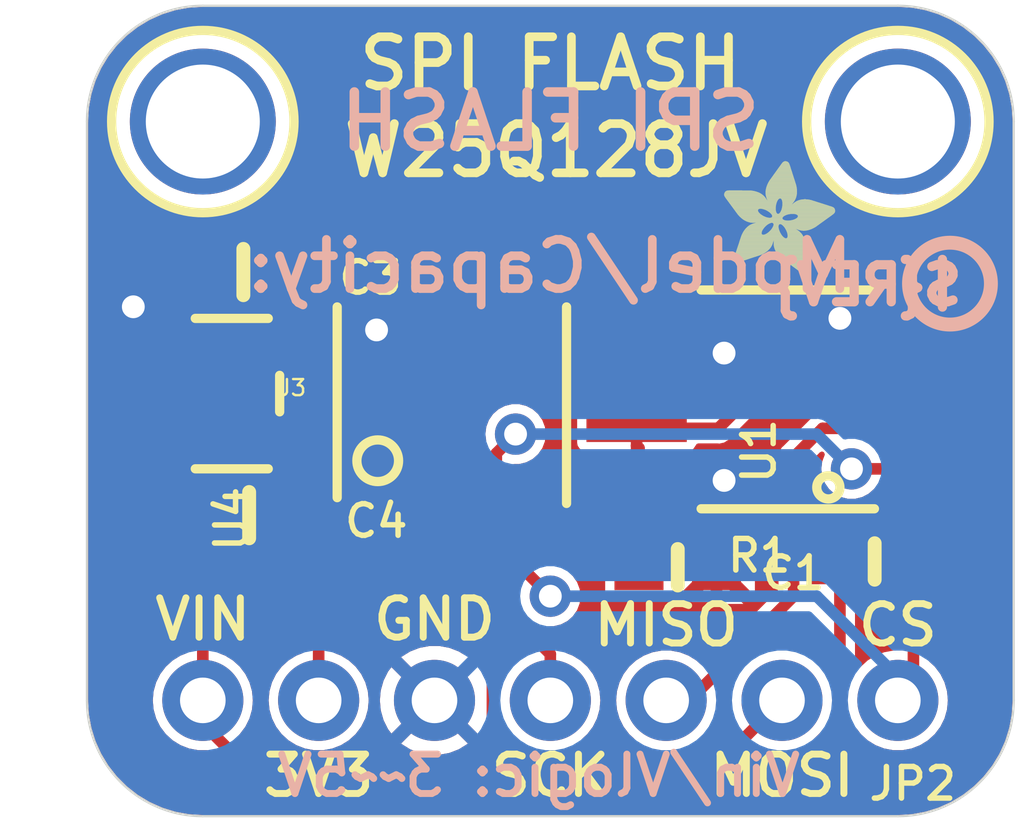
<source format=kicad_pcb>
(kicad_pcb (version 20221018) (generator pcbnew)
  (layers (0 "F.Cu" signal) (31 "B.Cu" signal) (34 "B.Paste" user) (35 "F.Paste" user) (36 "B.SilkS" user "B.Silkscreen") (37 "F.SilkS" user "F.Silkscreen") (38 "B.Mask" user) (39 "F.Mask" user) (44 "Edge.Cuts" user))
  (net 0 "")
  (net 1 "GND")
  (net 2 "SCK_3.3V")
  (net 3 "MOSI_3.3V")
  (net 4 "MISO_3.3V")
  (net 5 "SSEL_3.3V")
  (net 6 "SCK")
  (net 7 "MOSI")
  (net 8 "SS")
  (net 9 "3.3V")
  (net 10 "VIN")
  (footprint "working:0805-NO" (layer "F.Cu") (at 141.7701 101.9556)
    (fp_text reference "C3" (at 2.032 0.127) (layer "F.SilkS") (effects (font (size 0.692831 0.692831) (thickness 0.119969)) (justify left)))
    (fp_text value "10uF")
    (pad "1" smd rect (at -0.95 0) (size 1.24 1.5) (layers "F.Cu" "F.Paste" "F.Mask") (net 1 "GND"))
    (pad "2" smd rect (at 0.95 0) (size 1.24 1.5) (layers "F.Cu" "F.Paste" "F.Mask") (net 9 "3.3V"))
  )
  (footprint "working:0603-NO" (layer "F.Cu") (at 151.2951 108.4326)
    (fp_text reference "C1" (at 1.778 0.127) (layer "F.SilkS") (effects (font (size 0.692831 0.692831) (thickness 0.119969)) (justify left)))
    (fp_text value "0.1uF")
    (pad "1" smd rect (at -0.85 0) (size 1.075 1) (layers "F.Cu" "F.Paste" "F.Mask") (net 9 "3.3V"))
    (pad "2" smd rect (at 0.85 0) (size 1.075 1) (layers "F.Cu" "F.Paste" "F.Mask") (net 1 "GND"))
  )
  (footprint "working:0603-NO" (layer "F.Cu") (at 155.6131 108.3056 180)
    (fp_text reference "R1" (at 1.778 0.127) (layer "F.SilkS") (effects (font (size 0.692831 0.692831) (thickness 0.119969)) (justify right)))
    (fp_text value "10K")
    (pad "1" smd rect (at -0.85 0 180) (size 1.075 1) (layers "F.Cu" "F.Paste" "F.Mask") (net 8 "SS"))
    (pad "2" smd rect (at 0.85 0 180) (size 1.075 1) (layers "F.Cu" "F.Paste" "F.Mask") (net 10 "VIN"))
  )
  (footprint "working:ADAFRUIT_2.5MM" (layer "F.Cu") (at 152.3111 101.9556)
    (fp_text reference "U$13" hide)
    (fp_text value "" hide)
  )
  (footprint "working:SOIC8_208MIL" (layer "F.Cu") (at 153.7081 104.7496 90)
    (fp_text reference "U1" (at -1.905 -0.635 90) (layer "F.SilkS") (effects (font (size 0.692831 0.692831) (thickness 0.119969)) (justify left)))
    (fp_text value "Generic SPI Flash")
    (pad "1" smd rect (at -1.905 3.315 90) (size 0.6 2.2) (layers "F.Cu" "F.Paste" "F.Mask") (net 5 "SSEL_3.3V"))
    (pad "2" smd rect (at -0.635 3.315 90) (size 0.6 2.2) (layers "F.Cu" "F.Paste" "F.Mask") (net 4 "MISO_3.3V"))
    (pad "3" smd rect (at 0.635 3.315 90) (size 0.6 2.2) (layers "F.Cu" "F.Paste" "F.Mask") (net 9 "3.3V"))
    (pad "4" smd rect (at 1.905 3.315 90) (size 0.6 2.2) (layers "F.Cu" "F.Paste" "F.Mask") (net 1 "GND"))
    (pad "5" smd rect (at 1.905 -3.315 90) (size 0.6 2.2) (layers "F.Cu" "F.Paste" "F.Mask") (net 3 "MOSI_3.3V"))
    (pad "6" smd rect (at 0.635 -3.315 90) (size 0.6 2.2) (layers "F.Cu" "F.Paste" "F.Mask") (net 2 "SCK_3.3V"))
    (pad "7" smd rect (at -0.635 -3.315 90) (size 0.6 2.2) (layers "F.Cu" "F.Paste" "F.Mask") (net 9 "3.3V"))
    (pad "8" smd rect (at -1.905 -3.315 90) (size 0.6 2.2) (layers "F.Cu" "F.Paste" "F.Mask") (net 9 "3.3V"))
  )
  (footprint "working:SOT23-5" (layer "F.Cu") (at 141.5161 104.6226 -90)
    (fp_text reference "U4" (at 1.978 0 90) (layer "F.SilkS") (effects (font (size 0.692831 0.692831) (thickness 0.119969)) (justify right)))
    (fp_text value "AP2127K-3.3")
    (pad "1" smd rect (at -0.95 1.3001 270) (size 0.55 1.2) (layers "F.Cu" "F.Paste" "F.Mask") (net 10 "VIN"))
    (pad "2" smd rect (at 0 1.3001 270) (size 0.55 1.2) (layers "F.Cu" "F.Paste" "F.Mask") (net 1 "GND"))
    (pad "3" smd rect (at 0.95 1.3001 270) (size 0.55 1.2) (layers "F.Cu" "F.Paste" "F.Mask") (net 10 "VIN"))
    (pad "4" smd rect (at 0.95 -1.3001 270) (size 0.55 1.2) (layers "F.Cu" "F.Paste" "F.Mask"))
    (pad "5" smd rect (at -0.95 -1.3001 270) (size 0.55 1.2) (layers "F.Cu" "F.Paste" "F.Mask") (net 9 "3.3V"))
  )
  (footprint "working:FIDUCIAL_1MM" (layer "F.Cu") (at 157.8991 101.1936)
    (fp_text reference "FID3" hide)
    (fp_text value "FIDUCIAL_1MM" hide)
    (pad "1" smd roundrect (at 0 0) (size 1 1) (layers "F.Cu" "F.Mask") (roundrect_rratio 0.5))
  )
  (footprint "working:FIDUCIAL_1MM" (layer "F.Cu") (at 139.2301 107.1626)
    (fp_text reference "FID2" hide)
    (fp_text value "FIDUCIAL_1MM" hide)
    (pad "1" smd roundrect (at 0 0) (size 1 1) (layers "F.Cu" "F.Mask") (roundrect_rratio 0.5))
  )
  (footprint "working:1X07_ROUND_70" (layer "F.Cu") (at 148.5011 111.3536 180)
    (fp_text reference "JP2" (at -8.9662 -1.8288) (layer "F.SilkS") (effects (font (size 0.692831 0.692831) (thickness 0.119969)) (justify right)))
    (fp_text value "")
    (pad "1" thru_hole circle (at -7.62 0 270) (size 1.778 1.778) (drill 1) (layers "*.Cu" "*.Mask") (net 8 "SS"))
    (pad "2" thru_hole circle (at -5.08 0 270) (size 1.778 1.778) (drill 1) (layers "*.Cu" "*.Mask") (net 7 "MOSI"))
    (pad "3" thru_hole circle (at -2.54 0 270) (size 1.778 1.778) (drill 1) (layers "*.Cu" "*.Mask") (net 4 "MISO_3.3V"))
    (pad "4" thru_hole circle (at 0 0 270) (size 1.778 1.778) (drill 1) (layers "*.Cu" "*.Mask") (net 6 "SCK"))
    (pad "5" thru_hole circle (at 2.54 0 270) (size 1.778 1.778) (drill 1) (layers "*.Cu" "*.Mask") (net 1 "GND"))
    (pad "6" thru_hole circle (at 5.08 0 270) (size 1.778 1.778) (drill 1) (layers "*.Cu" "*.Mask") (net 9 "3.3V"))
    (pad "7" thru_hole circle (at 7.62 0 270) (size 1.778 1.778) (drill 1) (layers "*.Cu" "*.Mask") (net 10 "VIN"))
  )
  (footprint "working:MOUNTINGHOLE_2.5_PLATED" (layer "F.Cu") (at 140.8811 98.6536)
    (fp_text reference "U$16" hide)
    (fp_text value "MOUNTINGHOLE2.5" hide)
    (pad "P$1" thru_hole circle (at 0 0) (size 3.2 3.2) (drill 2.5) (layers "*.Cu" "*.Mask"))
    (zone (net 0) (net_name "") (layer "F.Cu") (connect_pads (clearance 0)) (min_thickness 0.25)
      (keepout (tracks not_allowed) (vias not_allowed) (pads not_allowed) (copperpour not_allowed) (footprints allowed))
      (fill (thermal_gap 0.5) (thermal_bridge_width 0.5))
      (polygon (pts (xy 142.8971 98.6536) (xy 142.87748 98.373027) (xy 142.819004 98.097915) (xy 142.722808 97.833619) (xy 142.590765 97.585283) (xy 142.425446 97.35774) (xy 142.230067 97.15542) (xy 142.008433 96.98226) (xy 141.764856 96.841631) (xy 141.504078 96.73627) (xy 141.231175 96.668228) (xy 140.951457 96.638828) (xy 140.670371 96.648644) (xy 140.393385 96.697484) (xy 140.125893 96.784397) (xy 139.8731 96.907693) (xy 139.639926 97.06497) (xy 139.430911 97.253169) (xy 139.250122 97.468625) (xy 139.101078 97.707145) (xy 138.98668 97.964087) (xy 138.909154 98.23445) (xy 138.870011 98.512971) (xy 138.870011 98.794229) (xy 138.909154 99.07275) (xy 138.98668 99.343113) (xy 139.101078 99.600055) (xy 139.250122 99.838575) (xy 139.430911 100.054031) (xy 139.639926 100.24223) (xy 139.8731 100.399507) (xy 140.125893 100.522803) (xy 140.393385 100.609716) (xy 140.670371 100.658556) (xy 140.951457 100.668372) (xy 141.231175 100.638972) (xy 141.504078 100.57093) (xy 141.764856 100.465569) (xy 142.008433 100.32494) (xy 142.230067 100.15178) (xy 142.425446 99.94946) (xy 142.590765 99.721917) (xy 142.722808 99.473581) (xy 142.819004 99.209285) (xy 142.87748 98.934173)))
      (polygon (pts (xy 140.8651 98.6536) (xy 140.869786 98.664914) (xy 140.8811 98.6696) (xy 140.892414 98.664914) (xy 140.8971 98.6536) (xy 140.892414 98.642286) (xy 140.8811 98.6376) (xy 140.869786 98.642286)))
    )
    (zone (net 0) (net_name "") (layer "B.Cu") (connect_pads (clearance 0)) (min_thickness 0.25)
      (keepout (tracks not_allowed) (vias not_allowed) (pads not_allowed) (copperpour not_allowed) (footprints allowed))
      (fill (thermal_gap 0.5) (thermal_bridge_width 0.5))
      (polygon (pts (xy 142.8971 98.6536) (xy 142.87748 98.373027) (xy 142.819004 98.097915) (xy 142.722808 97.833619) (xy 142.590765 97.585283) (xy 142.425446 97.35774) (xy 142.230067 97.15542) (xy 142.008433 96.98226) (xy 141.764856 96.841631) (xy 141.504078 96.73627) (xy 141.231175 96.668228) (xy 140.951457 96.638828) (xy 140.670371 96.648644) (xy 140.393385 96.697484) (xy 140.125893 96.784397) (xy 139.8731 96.907693) (xy 139.639926 97.06497) (xy 139.430911 97.253169) (xy 139.250122 97.468625) (xy 139.101078 97.707145) (xy 138.98668 97.964087) (xy 138.909154 98.23445) (xy 138.870011 98.512971) (xy 138.870011 98.794229) (xy 138.909154 99.07275) (xy 138.98668 99.343113) (xy 139.101078 99.600055) (xy 139.250122 99.838575) (xy 139.430911 100.054031) (xy 139.639926 100.24223) (xy 139.8731 100.399507) (xy 140.125893 100.522803) (xy 140.393385 100.609716) (xy 140.670371 100.658556) (xy 140.951457 100.668372) (xy 141.231175 100.638972) (xy 141.504078 100.57093) (xy 141.764856 100.465569) (xy 142.008433 100.32494) (xy 142.230067 100.15178) (xy 142.425446 99.94946) (xy 142.590765 99.721917) (xy 142.722808 99.473581) (xy 142.819004 99.209285) (xy 142.87748 98.934173)))
      (polygon (pts (xy 140.8651 98.6536) (xy 140.869786 98.664914) (xy 140.8811 98.6696) (xy 140.892414 98.664914) (xy 140.8971 98.6536) (xy 140.892414 98.642286) (xy 140.8811 98.6376) (xy 140.869786 98.642286)))
    )
  )
  (footprint "working:TSSOP16" (layer "F.Cu") (at 146.3421 104.8766)
    (fp_text reference "U3" (at -3.937 -0.381) (layer "F.SilkS") (effects (font (size 0.35308 0.35308) (thickness 0.05332)) (justify left)))
    (fp_text value "74HC4050D")
    (pad "1" smd rect (at -2.275 2.9178) (size 0.3048 0.9906) (layers "F.Cu" "F.Paste" "F.Mask") (net 9 "3.3V"))
    (pad "2" smd rect (at -1.625 2.9178) (size 0.3048 0.9906) (layers "F.Cu" "F.Paste" "F.Mask") (net 3 "MOSI_3.3V"))
    (pad "3" smd rect (at -0.975 2.9178) (size 0.3048 0.9906) (layers "F.Cu" "F.Paste" "F.Mask") (net 7 "MOSI"))
    (pad "4" smd rect (at -0.325 2.9178) (size 0.3048 0.9906) (layers "F.Cu" "F.Paste" "F.Mask") (net 2 "SCK_3.3V"))
    (pad "5" smd rect (at 0.325 2.9178) (size 0.3048 0.9906) (layers "F.Cu" "F.Paste" "F.Mask") (net 6 "SCK"))
    (pad "6" smd rect (at 0.975 2.9178) (size 0.3048 0.9906) (layers "F.Cu" "F.Paste" "F.Mask") (net 5 "SSEL_3.3V"))
    (pad "7" smd rect (at 1.625 2.9178) (size 0.3048 0.9906) (layers "F.Cu" "F.Paste" "F.Mask") (net 8 "SS"))
    (pad "8" smd rect (at 2.275 2.9178) (size 0.3048 0.9906) (layers "F.Cu" "F.Paste" "F.Mask") (net 1 "GND"))
    (pad "9" smd rect (at 2.275 -2.9178) (size 0.3048 0.9906) (layers "F.Cu" "F.Paste" "F.Mask") (net 1 "GND"))
    (pad "10" smd rect (at 1.625 -2.9178) (size 0.3048 0.9906) (layers "F.Cu" "F.Paste" "F.Mask"))
    (pad "11" smd rect (at 0.975 -2.9178) (size 0.3048 0.9906) (layers "F.Cu" "F.Paste" "F.Mask") (net 1 "GND"))
    (pad "12" smd rect (at 0.325 -2.9178) (size 0.3048 0.9906) (layers "F.Cu" "F.Paste" "F.Mask"))
    (pad "13" smd rect (at -0.325 -2.9178) (size 0.3048 0.9906) (layers "F.Cu" "F.Paste" "F.Mask"))
    (pad "14" smd rect (at -0.975 -2.9178) (size 0.3048 0.9906) (layers "F.Cu" "F.Paste" "F.Mask") (net 1 "GND"))
    (pad "15" smd rect (at -1.625 -2.9178) (size 0.3048 0.9906) (layers "F.Cu" "F.Paste" "F.Mask"))
    (pad "16" smd rect (at -2.275 -2.9178) (size 0.3048 0.9906) (layers "F.Cu" "F.Paste" "F.Mask"))
  )
  (footprint "working:0805-NO" (layer "F.Cu") (at 141.8971 107.2896)
    (fp_text reference "C4" (at 2.032 0.127) (layer "F.SilkS") (effects (font (size 0.692831 0.692831) (thickness 0.119969)) (justify left)))
    (fp_text value "10uF")
    (pad "1" smd rect (at -0.95 0) (size 1.24 1.5) (layers "F.Cu" "F.Paste" "F.Mask") (net 10 "VIN"))
    (pad "2" smd rect (at 0.95 0) (size 1.24 1.5) (layers "F.Cu" "F.Paste" "F.Mask") (net 1 "GND"))
  )
  (footprint "working:MOUNTINGHOLE_2.5_PLATED" (layer "F.Cu") (at 156.1211 98.6536)
    (fp_text reference "U$17" hide)
    (fp_text value "MOUNTINGHOLE2.5" hide)
    (pad "P$1" thru_hole circle (at 0 0) (size 3.2 3.2) (drill 2.5) (layers "*.Cu" "*.Mask"))
    (zone (net 0) (net_name "") (layer "F.Cu") (connect_pads (clearance 0)) (min_thickness 0.25)
      (keepout (tracks not_allowed) (vias not_allowed) (pads not_allowed) (copperpour not_allowed) (footprints allowed))
      (fill (thermal_gap 0.5) (thermal_bridge_width 0.5))
      (polygon (pts (xy 158.1371 98.6536) (xy 158.11748 98.373027) (xy 158.059004 98.097915) (xy 157.962808 97.833619) (xy 157.830765 97.585283) (xy 157.665446 97.35774) (xy 157.470067 97.15542) (xy 157.248433 96.98226) (xy 157.004856 96.841631) (xy 156.744078 96.73627) (xy 156.471175 96.668228) (xy 156.191457 96.638828) (xy 155.910371 96.648644) (xy 155.633385 96.697484) (xy 155.365893 96.784397) (xy 155.1131 96.907693) (xy 154.879926 97.06497) (xy 154.670911 97.253169) (xy 154.490122 97.468625) (xy 154.341078 97.707145) (xy 154.22668 97.964087) (xy 154.149154 98.23445) (xy 154.110011 98.512971) (xy 154.110011 98.794229) (xy 154.149154 99.07275) (xy 154.22668 99.343113) (xy 154.341078 99.600055) (xy 154.490122 99.838575) (xy 154.670911 100.054031) (xy 154.879926 100.24223) (xy 155.1131 100.399507) (xy 155.365893 100.522803) (xy 155.633385 100.609716) (xy 155.910371 100.658556) (xy 156.191457 100.668372) (xy 156.471175 100.638972) (xy 156.744078 100.57093) (xy 157.004856 100.465569) (xy 157.248433 100.32494) (xy 157.470067 100.15178) (xy 157.665446 99.94946) (xy 157.830765 99.721917) (xy 157.962808 99.473581) (xy 158.059004 99.209285) (xy 158.11748 98.934173)))
      (polygon (pts (xy 156.1051 98.6536) (xy 156.109786 98.664914) (xy 156.1211 98.6696) (xy 156.132414 98.664914) (xy 156.1371 98.6536) (xy 156.132414 98.642286) (xy 156.1211 98.6376) (xy 156.109786 98.642286)))
    )
    (zone (net 0) (net_name "") (layer "B.Cu") (connect_pads (clearance 0)) (min_thickness 0.25)
      (keepout (tracks not_allowed) (vias not_allowed) (pads not_allowed) (copperpour not_allowed) (footprints allowed))
      (fill (thermal_gap 0.5) (thermal_bridge_width 0.5))
      (polygon (pts (xy 158.1371 98.6536) (xy 158.11748 98.373027) (xy 158.059004 98.097915) (xy 157.962808 97.833619) (xy 157.830765 97.585283) (xy 157.665446 97.35774) (xy 157.470067 97.15542) (xy 157.248433 96.98226) (xy 157.004856 96.841631) (xy 156.744078 96.73627) (xy 156.471175 96.668228) (xy 156.191457 96.638828) (xy 155.910371 96.648644) (xy 155.633385 96.697484) (xy 155.365893 96.784397) (xy 155.1131 96.907693) (xy 154.879926 97.06497) (xy 154.670911 97.253169) (xy 154.490122 97.468625) (xy 154.341078 97.707145) (xy 154.22668 97.964087) (xy 154.149154 98.23445) (xy 154.110011 98.512971) (xy 154.110011 98.794229) (xy 154.149154 99.07275) (xy 154.22668 99.343113) (xy 154.341078 99.600055) (xy 154.490122 99.838575) (xy 154.670911 100.054031) (xy 154.879926 100.24223) (xy 155.1131 100.399507) (xy 155.365893 100.522803) (xy 155.633385 100.609716) (xy 155.910371 100.658556) (xy 156.191457 100.668372) (xy 156.471175 100.638972) (xy 156.744078 100.57093) (xy 157.004856 100.465569) (xy 157.248433 100.32494) (xy 157.470067 100.15178) (xy 157.665446 99.94946) (xy 157.830765 99.721917) (xy 157.962808 99.473581) (xy 158.059004 99.209285) (xy 158.11748 98.934173)))
      (polygon (pts (xy 156.1051 98.6536) (xy 156.109786 98.664914) (xy 156.1211 98.6696) (xy 156.132414 98.664914) (xy 156.1371 98.6536) (xy 156.132414 98.642286) (xy 156.1211 98.6376) (xy 156.109786 98.642286)))
    )
  )
  (footprint "working:PCBFEAT-REV-040" (layer "B.Cu") (at 157.2641 102.2096 180)
    (fp_text reference "U$21" hide)
    (fp_text value "" hide)
    (fp_text user "${REV}" (at -0.3556 -0.508) (layer "B.SilkS") (effects (font (size 0.8128 0.8128) (thickness 0.2032)) (justify left bottom mirror)))
  )
  (gr_line (start 156.1211 113.8936) (end 140.8811 113.8936) (stroke (width 0.05)) (layer "Edge.Cuts"))
  (gr_line (start 158.6611 98.6536) (end 158.6611 111.3536) (stroke (width 0.05)) (layer "Edge.Cuts"))
  (gr_line (start 140.8811 96.1136) (end 156.1211 96.1136) (stroke (width 0.05)) (layer "Edge.Cuts"))
  (gr_arc (start 156.1211 96.1136) (mid 157.917151 96.857549) (end 158.6611 98.6536) (stroke (width 0.05)) (layer "Edge.Cuts"))
  (gr_line (start 138.3411 111.3536) (end 138.3411 98.6536) (stroke (width 0.05)) (layer "Edge.Cuts"))
  (gr_arc (start 138.3411 98.6536) (mid 139.085049 96.857549) (end 140.8811 96.1136) (stroke (width 0.05)) (layer "Edge.Cuts"))
  (gr_arc (start 140.8811 113.8936) (mid 139.085049 113.149651) (end 138.3411 111.3536) (stroke (width 0.05)) (layer "Edge.Cuts"))
  (gr_arc (start 158.6611 111.3536) (mid 157.917151 113.149651) (end 156.1211 113.8936) (stroke (width 0.05)) (layer "Edge.Cuts"))
  (gr_text "Model/Capacity:" (at 148.5011 101.8286) (layer "B.SilkS") (effects (font (size 1.0795 1.0795) (thickness 0.1905)) (justify mirror)))
  (gr_text "Vin/Vlogic: 3~~5V" (at 148.2471 113.0046) (layer "B.SilkS") (effects (font (size 0.8636 0.8636) (thickness 0.1524)) (justify mirror)))
  (gr_text "SPI FLASH" (at 148.5011 98.6536) (layer "B.SilkS") (effects (font (size 1.18745 1.18745) (thickness 0.20955)) (justify mirror)))
  (gr_text "SPI FLASH" (at 148.5011 97.3836) (layer "F.SilkS") (effects (font (size 1.0795 1.0795) (thickness 0.1905))))
  (gr_text "3V3" (at 143.4211 113.0046) (layer "F.SilkS") (effects (font (size 0.8636 0.8636) (thickness 0.1524))))
  (gr_text "SCK" (at 148.5011 113.0046) (layer "F.SilkS") (effects (font (size 0.8636 0.8636) (thickness 0.1524))))
  (gr_text "W25Q128JV" (at 148.6281 99.2886) (layer "F.SilkS") (effects (font (size 1.0795 1.0795) (thickness 0.1905))))
  (gr_text "MISO" (at 151.0411 109.7026) (layer "F.SilkS") (effects (font (size 0.8636 0.8636) (thickness 0.1524))))
  (gr_text "MOSI" (at 153.5811 113.0046) (layer "F.SilkS") (effects (font (size 0.8636 0.8636) (thickness 0.1524))))
  (gr_text "GND" (at 145.9611 109.5756) (layer "F.SilkS") (effects (font (size 0.8636 0.8636) (thickness 0.1524))))
  (gr_text "VIN" (at 140.8811 109.5756) (layer "F.SilkS") (effects (font (size 0.8636 0.8636) (thickness 0.1524))))
  (gr_text "CS" (at 156.1211 109.7026) (layer "F.SilkS") (effects (font (size 0.8636 0.8636) (thickness 0.1524))))
  (segment (start 149.7711 109.3216) (end 152.0571 109.3216) (width 0.254) (layer "F.Cu") (net 1))
  (segment (start 149.2599 107.7944) (end 149.5385 108.073) (width 0.254) (layer "F.Cu") (net 1))
  (segment (start 149.5385 108.8841) (end 149.5171 108.9055) (width 0.254) (layer "F.Cu") (net 1))
  (segment (start 149.5385 108.073) (end 149.5385 108.8841) (width 0.254) (layer "F.Cu") (net 1))
  (segment (start 149.5171 108.9055) (end 149.5171 109.0676) (width 0.254) (layer "F.Cu") (net 1))
  (segment (start 152.1451 109.2336) (end 152.1451 108.4326) (width 0.254) (layer "F.Cu") (net 1))
  (segment (start 149.5171 109.0676) (end 149.7711 109.3216) (width 0.254) (layer "F.Cu") (net 1))
  (segment (start 148.6171 107.7944) (end 149.2599 107.7944) (width 0.254) (layer "F.Cu") (net 1))
  (segment (start 152.0571 109.3216) (end 152.1451 109.2336) (width 0.254) (layer "F.Cu") (net 1))
  (via (at 139.3571 102.7176) (size 0.9064) (drill 0.5) (layers "F.Cu" "B.Cu") (net 1))
  (via (at 144.6911 103.2256) (size 0.9064) (drill 0.5) (layers "F.Cu" "B.Cu") (net 1))
  (via (at 152.3111 106.5276) (size 0.9064) (drill 0.5) (layers "F.Cu" "B.Cu") (net 1))
  (via (at 154.8511 102.9716) (size 0.9064) (drill 0.5) (layers "F.Cu" "B.Cu") (net 1))
  (via (at 152.3111 103.7336) (size 0.9064) (drill 0.5) (layers "F.Cu" "B.Cu") (net 1))
  (segment (start 146.0171 105.2016) (end 147.1041 104.1146) (width 0.254) (layer "F.Cu") (net 2))
  (segment (start 147.1041 104.1146) (end 150.3931 104.1146) (width 0.254) (layer "F.Cu") (net 2))
  (segment (start 146.0171 107.7944) (end 146.0171 105.2016) (width 0.254) (layer "F.Cu") (net 2))
  (segment (start 148.6151 103.6066) (end 146.0881 103.6066) (width 0.254) (layer "F.Cu") (net 3))
  (segment (start 146.0881 103.6066) (end 144.7171 104.9776) (width 0.254) (layer "F.Cu") (net 3))
  (segment (start 144.7171 104.9776) (end 144.7171 107.7944) (width 0.254) (layer "F.Cu") (net 3))
  (segment (start 149.3771 102.8446) (end 148.6151 103.6066) (width 0.254) (layer "F.Cu") (net 3))
  (segment (start 150.3931 102.8446) (end 149.3771 102.8446) (width 0.254) (layer "F.Cu") (net 3))
  (segment (start 157.0231 105.3846) (end 154.4701 105.3846) (width 0.254) (layer "F.Cu") (net 4))
  (segment (start 154.4701 105.3846) (end 153.8351 106.0196) (width 0.254) (layer "F.Cu") (net 4))
  (segment (start 153.8351 109.0676) (end 151.5491 111.3536) (width 0.254) (layer "F.Cu") (net 4))
  (segment (start 153.8351 106.0196) (end 153.8351 109.0676) (width 0.254) (layer "F.Cu") (net 4))
  (segment (start 151.5491 111.3536) (end 151.0411 111.3536) (width 0.254) (layer "F.Cu") (net 4))
  (segment (start 156.6421 106.2736) (end 157.0231 106.6546) (width 0.254) (layer "F.Cu") (net 5))
  (segment (start 147.3171 105.9336) (end 147.7391 105.5116) (width 0.254) (layer "F.Cu") (net 5))
  (segment (start 155.1051 106.2736) (end 156.6421 106.2736) (width 0.254) (layer "F.Cu") (net 5))
  (segment (start 147.3171 107.7944) (end 147.3171 105.9336) (width 0.254) (layer "F.Cu") (net 5))
  (via (at 147.7391 105.5116) (size 0.9064) (drill 0.5) (layers "F.Cu" "B.Cu") (net 5))
  (via (at 155.1051 106.2736) (size 0.9064) (drill 0.5) (layers "F.Cu" "B.Cu") (net 5))
  (segment (start 147.7391 105.5116) (end 154.3431 105.5116) (width 0.254) (layer "B.Cu") (net 5))
  (segment (start 154.3431 105.5116) (end 155.1051 106.2736) (width 0.254) (layer "B.Cu") (net 5))
  (segment (start 148.5011 110.3376) (end 148.5011 111.3536) (width 0.254) (layer "F.Cu") (net 6))
  (segment (start 148.5011 110.3376) (end 146.6671 108.5036) (width 0.254) (layer "F.Cu") (net 6))
  (segment (start 146.6671 107.7944) (end 146.6671 108.5036) (width 0.254) (layer "F.Cu") (net 6))
  (segment (start 147.2311 110.3376) (end 147.2311 112.1156) (width 0.254) (layer "F.Cu") (net 7))
  (segment (start 145.3671 108.4736) (end 147.2311 110.3376) (width 0.254) (layer "F.Cu") (net 7))
  (segment (start 147.7391 112.6236) (end 152.3111 112.6236) (width 0.254) (layer "F.Cu") (net 7))
  (segment (start 145.3671 107.7944) (end 145.3671 108.4736) (width 0.254) (layer "F.Cu") (net 7))
  (segment (start 147.2311 112.1156) (end 147.7391 112.6236) (width 0.254) (layer "F.Cu") (net 7))
  (segment (start 152.3111 112.6236) (end 153.5811 111.3536) (width 0.254) (layer "F.Cu") (net 7))
  (segment (start 156.4631 111.0116) (end 156.1211 111.3536) (width 0.254) (layer "F.Cu") (net 8))
  (segment (start 147.9671 107.7944) (end 147.9671 108.5336) (width 0.254) (layer "F.Cu") (net 8))
  (segment (start 156.4631 108.3056) (end 156.4631 111.0116) (width 0.254) (layer "F.Cu") (net 8))
  (segment (start 147.9671 108.5336) (end 148.5011 109.0676) (width 0.254) (layer "F.Cu") (net 8))
  (via (at 148.5011 109.0676) (size 0.9064) (drill 0.5) (layers "F.Cu" "B.Cu") (net 8))
  (segment (start 154.3431 109.0676) (end 156.1211 110.8456) (width 0.254) (layer "B.Cu") (net 8))
  (segment (start 156.1211 110.8456) (end 156.1211 111.3536) (width 0.254) (layer "B.Cu") (net 8))
  (segment (start 148.5011 109.0676) (end 154.3431 109.0676) (width 0.254) (layer "B.Cu") (net 8))
  (segment (start 150.3931 105.3846) (end 152.1841 105.3846) (width 0.254) (layer "F.Cu") (net 9))
  (segment (start 142.7201 101.9556) (end 143.7361 100.9396) (width 0.254) (layer "F.Cu") (net 9))
  (segment (start 143.3601 103.6726) (end 142.8162 103.6726) (width 0.254) (layer "F.Cu") (net 9))
  (segment (start 142.8162 103.6726) (end 142.7201 103.5765) (width 0.254) (layer "F.Cu") (net 9))
  (segment (start 151.0411 100.9396) (end 153.4541 103.3526) (width 0.254) (layer "F.Cu") (net 9))
  (segment (start 151.0411 100.9396) (end 143.7361 100.9396) (width 0.254) (layer "F.Cu") (net 9))
  (segment (start 152.1841 105.3846) (end 153.4541 104.1146) (width 0.254) (layer "F.Cu") (net 9))
  (segment (start 144.0671 107.7944) (end 144.0671 109.1836) (width 0.254) (layer "F.Cu") (net 9))
  (segment (start 153.4541 103.3526) (end 153.4541 104.1146) (width 0.254) (layer "F.Cu") (net 9))
  (segment (start 150.3931 105.7656) (end 150.4451 105.8176) (width 0.254) (layer "F.Cu") (net 9))
  (segment (start 150.3931 105.3846) (end 150.3931 105.7656) (width 0.254) (layer "F.Cu") (net 9))
  (segment (start 144.0671 109.1836) (end 143.4211 109.8296) (width 0.254) (layer "F.Cu") (net 9))
  (segment (start 150.3931 105.7656) (end 150.3931 106.6546) (width 0.254) (layer "F.Cu") (net 9))
  (segment (start 153.4541 104.1146) (end 157.0231 104.1146) (width 0.254) (layer "F.Cu") (net 9))
  (segment (start 143.4211 109.8296) (end 143.4211 111.3536) (width 0.254) (layer "F.Cu") (net 9))
  (segment (start 142.7201 103.5765) (end 142.7201 101.9556) (width 0.254) (layer "F.Cu") (net 9))
  (segment (start 144.0671 104.3796) (end 143.3601 103.6726) (width 0.254) (layer "F.Cu") (net 9))
  (segment (start 144.0671 107.7944) (end 144.0671 104.3796) (width 0.254) (layer "F.Cu") (net 9))
  (segment (start 150.4451 105.8176) (end 150.4451 108.4326) (width 0.254) (layer "F.Cu") (net 9))
  (segment (start 141.3891 105.2576) (end 141.0741 105.5726) (width 0.254) (layer "F.Cu") (net 10))
  (segment (start 153.527312 113.1316) (end 142.1511 113.1316) (width 0.254) (layer "F.Cu") (net 10))
  (segment (start 142.1511 113.1316) (end 140.8811 111.8616) (width 0.254) (layer "F.Cu") (net 10))
  (segment (start 154.8511 108.3936) (end 154.8511 111.807813) (width 0.254) (layer "F.Cu") (net 10))
  (segment (start 141.0741 105.5726) (end 140.216 105.5726) (width 0.254) (layer "F.Cu") (net 10))
  (segment (start 140.9471 107.2896) (end 140.9471 106.3037) (width 0.254) (layer "F.Cu") (net 10))
  (segment (start 140.9471 106.3037) (end 140.216 105.5726) (width 0.254) (layer "F.Cu") (net 10))
  (segment (start 140.8811 111.8616) (end 140.8811 111.3536) (width 0.254) (layer "F.Cu") (net 10))
  (segment (start 140.216 103.6726) (end 141.0741 103.6726) (width 0.254) (layer "F.Cu") (net 10))
  (segment (start 140.8811 111.3536) (end 140.8811 107.3556) (width 0.254) (layer "F.Cu") (net 10))
  (segment (start 154.8511 111.807813) (end 153.527312 113.1316) (width 0.254) (layer "F.Cu") (net 10))
  (segment (start 141.3891 103.9876) (end 141.3891 105.2576) (width 0.254) (layer "F.Cu") (net 10))
  (segment (start 141.0741 103.6726) (end 141.3891 103.9876) (width 0.254) (layer "F.Cu") (net 10))
  (segment (start 140.8811 107.3556) (end 140.9471 107.2896) (width 0.254) (layer "F.Cu") (net 10))
  (segment (start 154.7631 108.3056) (end 154.8511 108.3936) (width 0.254) (layer "F.Cu") (net 10))
  (zone (net 1) (net_name "GND") (layer "F.Cu") (priority 6) (connect_pads (clearance 0.000001)) (min_thickness 0.127) (fill yes (thermal_gap 0.304) (thermal_bridge_width 0.304))
    (polygon (pts (xy 158.7881 114.0206) (xy 138.2141 114.0206) (xy 138.2141 95.9866) (xy 158.7881 95.9866)))
  )
  (zone (net 1) (net_name "GND") (layer "B.Cu") (priority 6) (connect_pads (clearance 0.000001)) (min_thickness 0.127) (fill yes (thermal_gap 0.304) (thermal_bridge_width 0.304))
    (polygon (pts (xy 158.7881 114.0206) (xy 138.2141 114.0206) (xy 138.2141 95.9866) (xy 158.7881 95.9866)))
  )
)
</source>
